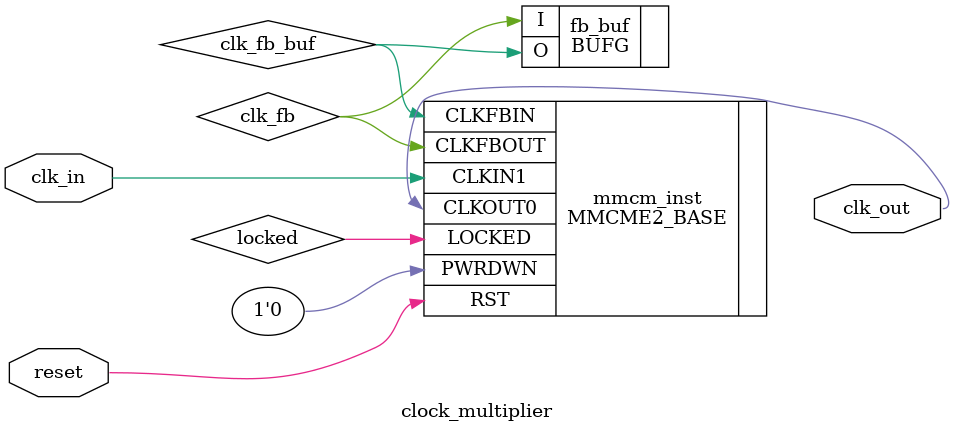
<source format=sv>
module clock_multiplier (
    input  wire clk_in,  // Input clock signal
    input  wire reset,   // Reset signal
    output wire clk_out  // Output multiplied clock signal
);

  // Internal signals
  wire clk_fb;
  wire clk_fb_buf;
  wire locked;

  // Instantiate the MMCM primitive
  MMCME2_BASE #(
      .CLKIN1_PERIOD(10.0),  // Input clock period in ns (e.g., 100 MHz -> 10 ns)
      .CLKFBOUT_MULT_F(10.0),  // Multiply factor (e.g., 10.0 for 10x multiplication)
      .CLKOUT0_DIVIDE_F(1.0)  // Divide factor (e.g., 1.0 for no division)
  ) mmcm_inst (
      .CLKIN1(clk_in),
      .CLKFBIN(clk_fb_buf),
      .CLKFBOUT(clk_fb),
      .CLKOUT0(clk_out),
      .LOCKED(locked),
      .RST(reset),
      .PWRDWN(1'b0)
  );

  // Feedback buffer
  BUFG fb_buf (
      .O(clk_fb_buf),
      .I(clk_fb)
  );

endmodule

</source>
